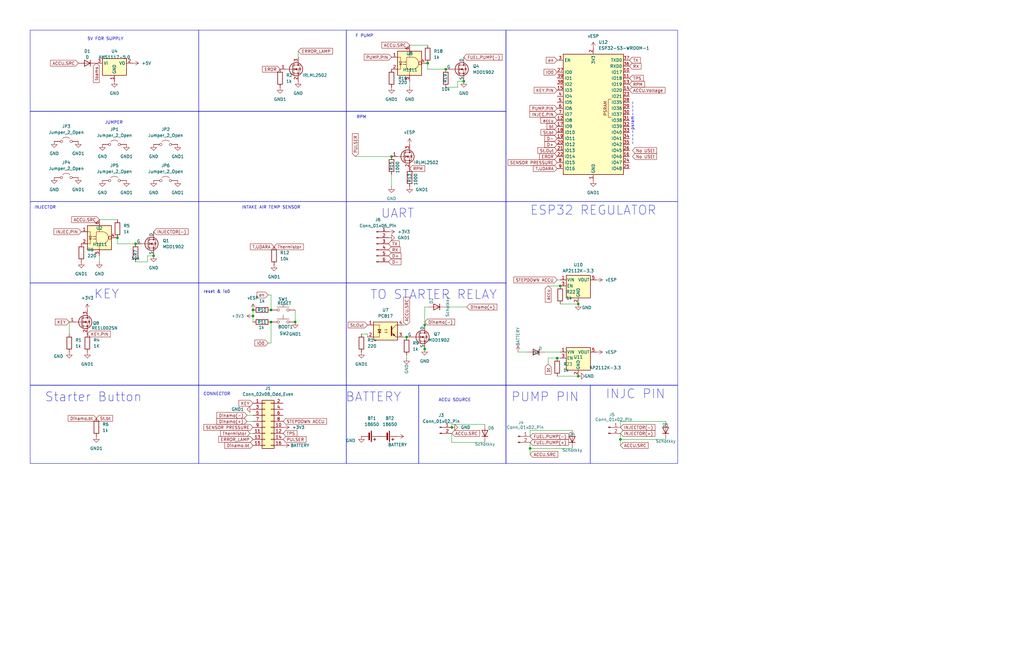
<source format=kicad_sch>
(kicad_sch (version 20231120) (generator "eeschema") (generator_version "8.0")
  (paper "B")
  (lib_symbols
    (symbol "Connector:Conn_01x02_Pin" (pin_names (offset 1.016) hide)
      (property "Reference" "J" (at 0 2.54 0))
      (property "Value" "Conn_01x02_Pin" (at 0 -5.08 0))
      (symbol "Conn_01x02_Pin_1_1"
        (pin passive line (at 5.08 0 180) (length 3.81) (name "Pin_1") (number "1"))
        (pin passive line (at 5.08 -2.54 180) (length 3.81) (name "Pin_2") (number "2"))
      )
    )
    (symbol "Connector:Conn_01x06_Pin" (pin_names (offset 1.016) hide)
      (property "Reference" "J" (at 0 7.62 0))
      (property "Value" "Conn_01x06_Pin" (at 0 -10.16 0))
      (symbol "Conn_01x06_Pin_1_1"
        (pin passive line (at 5.08 5.08 180) (length 3.81) (name "Pin_1") (number "1"))
        (pin passive line (at 5.08 2.54 180) (length 3.81) (name "Pin_2") (number "2"))
        (pin passive line (at 5.08 0 180) (length 3.81) (name "Pin_3") (number "3"))
        (pin passive line (at 5.08 -2.54 180) (length 3.81) (name "Pin_4") (number "4"))
        (pin passive line (at 5.08 -5.08 180) (length 3.81) (name "Pin_5") (number "5"))
        (pin passive line (at 5.08 -7.62 180) (length 3.81) (name "Pin_6") (number "6"))
      )
    )
    (symbol "Connector_Generic:Conn_02x08_Odd_Even" (pin_names (offset 1.016) hide)
      (property "Reference" "J" (at 1.27 10.16 0))
      (property "Value" "Conn_02x08_Odd_Even" (at 1.27 -12.7 0))
      (symbol "Conn_02x08_Odd_Even_1_1"
        (pin passive line (at -5.08 7.62 0) (length 3.81) (name "Pin_1") (number "1"))
        (pin passive line (at 7.62 -2.54 180) (length 3.81) (name "Pin_10") (number "10"))
        (pin passive line (at -5.08 -5.08 0) (length 3.81) (name "Pin_11") (number "11"))
        (pin passive line (at 7.62 -5.08 180) (length 3.81) (name "Pin_12") (number "12"))
        (pin passive line (at -5.08 -7.62 0) (length 3.81) (name "Pin_13") (number "13"))
        (pin passive line (at 7.62 -7.62 180) (length 3.81) (name "Pin_14") (number "14"))
        (pin passive line (at -5.08 -10.16 0) (length 3.81) (name "Pin_15") (number "15"))
        (pin passive line (at 7.62 -10.16 180) (length 3.81) (name "Pin_16") (number "16"))
        (pin passive line (at 7.62 7.62 180) (length 3.81) (name "Pin_2") (number "2"))
        (pin passive line (at -5.08 5.08 0) (length 3.81) (name "Pin_3") (number "3"))
        (pin passive line (at 7.62 5.08 180) (length 3.81) (name "Pin_4") (number "4"))
        (pin passive line (at -5.08 2.54 0) (length 3.81) (name "Pin_5") (number "5"))
        (pin passive line (at 7.62 2.54 180) (length 3.81) (name "Pin_6") (number "6"))
        (pin passive line (at -5.08 0 0) (length 3.81) (name "Pin_7") (number "7"))
        (pin passive line (at 7.62 0 180) (length 3.81) (name "Pin_8") (number "8"))
        (pin passive line (at -5.08 -2.54 0) (length 3.81) (name "Pin_9") (number "9"))
      )
    )
    (symbol "Device:Battery_Cell" (pin_numbers hide) (pin_names (offset 0) hide)
      (property "Reference" "BT" (at 2.54 2.54 0))
      (property "Value" "Battery_Cell" (at 2.54 0 0))
      (symbol "Battery_Cell_1_1"
        (pin passive line (at 0 5.08 270) (length 2.54) (name "+") (number "1"))
        (pin passive line (at 0 -2.54 90) (length 2.54) (name "-") (number "2"))
      )
    )
    (symbol "Device:D" (pin_numbers hide) (pin_names (offset 1.016) hide)
      (property "Reference" "D" (at 0 2.54 0))
      (property "Value" "D" (at 0 -2.54 0))
      (symbol "D_1_1"
        (pin passive line (at -3.81 0 0) (length 2.54) (name "K") (number "1"))
        (pin passive line (at 3.81 0 180) (length 2.54) (name "A") (number "2"))
      )
    )
    (symbol "Device:R" (pin_numbers hide) (pin_names (offset 0))
      (property "Reference" "R" (at 2.032 0 90))
      (property "Value" "R" (at 0 0 90))
      (symbol "R_1_1"
        (pin passive line (at 0 3.81 270) (length 1.27) (name "~") (number "1"))
        (pin passive line (at 0 -3.81 90) (length 1.27) (name "~") (number "2"))
      )
    )
    (symbol "Isolator:H11L1" (pin_names (offset 1.016))
      (property "Reference" "U" (at 1.27 8.89 0))
      (property "Value" "H11L1" (at 1.27 6.35 0))
      (symbol "H11L1_1_1"
        (pin passive line (at -7.62 2.54 0) (length 2.54) (name "~") (number "1"))
        (pin passive line (at -7.62 -2.54 0) (length 2.54) (name "~") (number "2"))
        (pin no_connect line (at -5.08 0 0) (length 2.54) hide (name "~") (number "3"))
        (pin output inverted (at 7.62 0 180) (length 3.81) (name "~") (number "4"))
        (pin power_in line (at 0 -7.62 90) (length 2.54) (name "~") (number "5"))
        (pin power_in line (at 0 7.62 270) (length 2.54) (name "~") (number "6"))
      )
    )
    (symbol "Isolator:PC817" (pin_names (offset 1.016))
      (property "Reference" "U" (at -5.08 5.08 0))
      (property "Value" "PC817" (at 0 5.08 0))
      (symbol "PC817_1_1"
        (pin passive line (at -7.62 2.54 0) (length 2.54) (name "~") (number "1"))
        (pin passive line (at -7.62 -2.54 0) (length 2.54) (name "~") (number "2"))
        (pin passive line (at 7.62 -2.54 180) (length 2.54) (name "~") (number "3"))
        (pin passive line (at 7.62 2.54 180) (length 2.54) (name "~") (number "4"))
      )
    )
    (symbol "Jumper:Jumper_2_Open" (pin_numbers hide) (pin_names (offset 0) hide) (exclude_from_sim yes)
      (property "Reference" "JP" (at 0 2.794 0))
      (property "Value" "Jumper_2_Open" (at 0 -2.286 0))
      (symbol "Jumper_2_Open_1_1"
        (pin passive line (at -5.08 0 0) (length 2.54) (name "A") (number "1"))
        (pin passive line (at 5.08 0 180) (length 2.54) (name "B") (number "2"))
      )
    )
    (symbol "RF_Module:ESP32-S3-WROOM-1"
      (property "Reference" "U" (at -12.7 26.67 0))
      (property "Value" "ESP32-S3-WROOM-1" (at 12.7 26.67 0))
      (symbol "ESP32-S3-WROOM-1_0_0"
        (text "PSRAM" (at 5.08 2.54 900) (effects (font (size 1.27 1.27))))
      )
      (symbol "ESP32-S3-WROOM-1_1_1"
        (pin power_in line (at 0 -27.94 90) (length 2.54) (name "GND") (number "1"))
        (pin bidirectional line (at 15.24 17.78 180) (length 2.54) (name "IO17") (number "10"))
        (pin bidirectional line (at 15.24 15.24 180) (length 2.54) (name "IO18") (number "11"))
        (pin bidirectional line (at -15.24 -2.54 0) (length 2.54) (name "IO8") (number "12"))
        (pin bidirectional line (at 15.24 12.7 180) (length 2.54) (name "IO19") (number "13"))
        (pin bidirectional line (at 15.24 10.16 180) (length 2.54) (name "IO20") (number "14"))
        (pin bidirectional line (at -15.24 10.16 0) (length 2.54) (name "IO3") (number "15"))
        (pin bidirectional line (at 15.24 -17.78 180) (length 2.54) (name "IO46") (number "16"))
        (pin bidirectional line (at -15.24 -5.08 0) (length 2.54) (name "IO9") (number "17"))
        (pin bidirectional line (at -15.24 -7.62 0) (length 2.54) (name "IO10") (number "18"))
        (pin bidirectional line (at -15.24 -10.16 0) (length 2.54) (name "IO11") (number "19"))
        (pin power_in line (at 0 27.94 270) (length 2.54) (name "3V3") (number "2"))
        (pin bidirectional line (at -15.24 -12.7 0) (length 2.54) (name "IO12") (number "20"))
        (pin bidirectional line (at -15.24 -15.24 0) (length 2.54) (name "IO13") (number "21"))
        (pin bidirectional line (at -15.24 -17.78 0) (length 2.54) (name "IO14") (number "22"))
        (pin bidirectional line (at 15.24 7.62 180) (length 2.54) (name "IO21") (number "23"))
        (pin bidirectional line (at 15.24 -20.32 180) (length 2.54) (name "IO47") (number "24"))
        (pin bidirectional line (at 15.24 -22.86 180) (length 2.54) (name "IO48") (number "25"))
        (pin bidirectional line (at 15.24 -15.24 180) (length 2.54) (name "IO45") (number "26"))
        (pin bidirectional line (at -15.24 17.78 0) (length 2.54) (name "IO0") (number "27"))
        (pin bidirectional line (at 15.24 5.08 180) (length 2.54) (name "IO35") (number "28"))
        (pin bidirectional line (at 15.24 2.54 180) (length 2.54) (name "IO36") (number "29"))
        (pin input line (at -15.24 22.86 0) (length 2.54) (name "EN") (number "3"))
        (pin bidirectional line (at 15.24 0 180) (length 2.54) (name "IO37") (number "30"))
        (pin bidirectional line (at 15.24 -2.54 180) (length 2.54) (name "IO38") (number "31"))
        (pin bidirectional line (at 15.24 -5.08 180) (length 2.54) (name "IO39") (number "32"))
        (pin bidirectional line (at 15.24 -7.62 180) (length 2.54) (name "IO40") (number "33"))
        (pin bidirectional line (at 15.24 -10.16 180) (length 2.54) (name "IO41") (number "34"))
        (pin bidirectional line (at 15.24 -12.7 180) (length 2.54) (name "IO42") (number "35"))
        (pin bidirectional line (at 15.24 20.32 180) (length 2.54) (name "RXD0") (number "36"))
        (pin bidirectional line (at 15.24 22.86 180) (length 2.54) (name "TXD0") (number "37"))
        (pin bidirectional line (at -15.24 12.7 0) (length 2.54) (name "IO2") (number "38"))
        (pin bidirectional line (at -15.24 15.24 0) (length 2.54) (name "IO1") (number "39"))
        (pin bidirectional line (at -15.24 7.62 0) (length 2.54) (name "IO4") (number "4"))
        (pin passive line (at 0 -27.94 90) (length 2.54) hide (name "GND") (number "40"))
        (pin passive line (at 0 -27.94 90) (length 2.54) hide (name "GND") (number "41"))
        (pin bidirectional line (at -15.24 5.08 0) (length 2.54) (name "IO5") (number "5"))
        (pin bidirectional line (at -15.24 2.54 0) (length 2.54) (name "IO6") (number "6"))
        (pin bidirectional line (at -15.24 0 0) (length 2.54) (name "IO7") (number "7"))
        (pin bidirectional line (at -15.24 -20.32 0) (length 2.54) (name "IO15") (number "8"))
        (pin bidirectional line (at -15.24 -22.86 0) (length 2.54) (name "IO16") (number "9"))
      )
    )
    (symbol "Regulator_Linear:AMS1117-5.0"
      (property "Reference" "U" (at -3.81 3.175 0))
      (property "Value" "AMS1117-5.0" (at 0 3.175 0))
      (symbol "AMS1117-5.0_1_1"
        (pin power_in line (at 0 -7.62 90) (length 2.54) (name "GND") (number "1"))
        (pin power_out line (at 7.62 0 180) (length 2.54) (name "VO") (number "2"))
        (pin power_in line (at -7.62 0 0) (length 2.54) (name "VI") (number "3"))
      )
    )
    (symbol "Regulator_Linear:AP2112K-3.3" (pin_names (offset 0.254))
      (property "Reference" "U" (at -5.08 5.715 0))
      (property "Value" "AP2112K-3.3" (at 0 5.715 0))
      (symbol "AP2112K-3.3_1_1"
        (pin power_in line (at -7.62 2.54 0) (length 2.54) (name "VIN") (number "1"))
        (pin power_in line (at 0 -7.62 90) (length 2.54) (name "GND") (number "2"))
        (pin input line (at -7.62 0 0) (length 2.54) (name "EN") (number "3"))
        (pin no_connect line (at 5.08 0 180) (length 2.54) hide (name "NC") (number "4"))
        (pin power_out line (at 7.62 2.54 180) (length 2.54) (name "VOUT") (number "5"))
      )
    )
    (symbol "Simulation_SPICE:NMOS" (pin_numbers hide) (pin_names (offset 0))
      (property "Reference" "Q" (at 5.08 1.27 0))
      (property "Value" "NMOS" (at 5.08 -1.27 0))
      (symbol "NMOS_1_1"
        (pin passive line (at 2.54 5.08 270) (length 2.54) (name "D") (number "1"))
        (pin input line (at -5.08 0 0) (length 2.54) (name "G") (number "2"))
        (pin passive line (at 2.54 -5.08 90) (length 2.54) (name "S") (number "3"))
      )
    )
    (symbol "Switch:SW_Push" (pin_numbers hide) (pin_names (offset 1.016) hide)
      (property "Reference" "SW" (at 1.27 2.54 0))
      (property "Value" "SW_Push" (at 0 -1.524 0))
      (symbol "SW_Push_0_1"
        (pin passive line (at -5.08 0 0) (length 2.54) (name "1") (number "1"))
        (pin passive line (at 5.08 0 180) (length 2.54) (name "2") (number "2"))
      )
    )
    (symbol "Transistor_FET:AO3400A" (pin_names hide)
      (property "Reference" "Q" (at 5.08 1.905 0))
      (property "Value" "AO3400A" (at 5.08 0 0))
      (symbol "AO3400A_1_1"
        (pin input line (at -5.08 0 0) (length 2.54) (name "G") (number "1"))
        (pin passive line (at 2.54 -5.08 90) (length 2.54) (name "S") (number "2"))
        (pin passive line (at 2.54 5.08 270) (length 2.54) (name "D") (number "3"))
      )
    )
    (symbol "power:+3V3" (power) (pin_numbers hide) (pin_names (offset 0) hide)
      (property "Value" "+3V3" (at 0 3.556 0))
      (symbol "+3V3_1_1"
        (pin power_in line (at 0 0 90) (length 0) (name "~") (number "1"))
      )
    )
    (symbol "power:+5P" (power) (pin_numbers hide) (pin_names (offset 0) hide)
      (property "Value" "+5P" (at 0 3.556 0))
      (symbol "+5P_1_1"
        (pin power_in line (at 0 0 90) (length 0) (name "~") (number "1"))
      )
    )
    (symbol "power:+5V" (power) (pin_numbers hide) (pin_names (offset 0) hide)
      (property "Value" "+5V" (at 0 3.556 0))
      (symbol "+5V_1_1"
        (pin power_in line (at 0 0 90) (length 0) (name "~") (number "1"))
      )
    )
    (symbol "power:GND" (power) (pin_numbers hide) (pin_names (offset 0) hide)
      (property "Value" "GND" (at 0 -3.81 0))
      (symbol "GND_1_1"
        (pin power_in line (at 0 0 270) (length 0) (name "~") (number "1"))
      )
    )
    (symbol "power:GND1" (power) (pin_numbers hide) (pin_names (offset 0) hide)
      (property "Value" "GND1" (at 0 -3.81 0))
      (symbol "GND1_1_1"
        (pin power_in line (at 0 0 270) (length 0) (name "~") (number "1"))
      )
    )
  )
  (junction (at 234.95 151.13))
  (junction (at 243.84 128.27))
  (junction (at 64.77 107.95))
  (junction (at 179.07 137.16))
  (junction (at 261.62 185.42))
  (junction (at 106.68 130.81))
  (junction (at 180.34 26.67))
  (junction (at 243.84 158.75))
  (junction (at 114.3 130.81))
  (junction (at 114.3 135.89))
  (junction (at 223.52 189.23))
  (junction (at 57.15 102.87))
  (junction (at 171.45 142.24))
  (junction (at 195.58 34.29))
  (junction (at 190.5 180.34))
  (junction (at 124.46 135.89))
  (junction (at 165.1 66.04))
  (junction (at 106.68 133.35))
  (junction (at 187.96 29.21))
  (junction (at 236.22 120.65))
  (junction (at 49.53 100.33))
  (junction (at 179.07 147.32))
  (wire (pts (xy 280.67 177.8) (xy 261.62 177.8)))
  (wire (pts (xy 261.62 177.8) (xy 261.62 180.34)))
  (wire (pts (xy 104.14 175.26) (xy 106.68 175.26)))
  (wire (pts (xy 170.18 137.16) (xy 171.45 137.16)))
  (wire (pts (xy 171.45 149.86) (xy 171.45 151.13)))
  (wire (pts (xy 187.96 36.83) (xy 193.04 36.83)))
  (wire (pts (xy 236.22 128.27) (xy 243.84 128.27)))
  (wire (pts (xy 234.95 118.11) (xy 236.22 118.11)))
  (wire (pts (xy 49.53 102.87) (xy 57.15 102.87)))
  (wire (pts (xy 180.34 129.54) (xy 179.07 129.54)))
  (wire (pts (xy 113.03 144.78) (xy 114.3 144.78)))
  (wire (pts (xy 204.47 179.07) (xy 190.5 179.07)))
  (wire (pts (xy 223.52 184.15) (xy 223.52 181.61)))
  (wire (pts (xy 231.14 151.13) (xy 234.95 151.13)))
  (wire (pts (xy 234.95 151.13) (xy 236.22 151.13)))
  (wire (pts (xy 223.52 189.23) (xy 223.52 191.77)))
  (wire (pts (xy 124.46 130.81) (xy 124.46 135.89)))
  (wire (pts (xy 106.68 133.35) (xy 106.68 135.89)))
  (wire (pts (xy 190.5 182.88) (xy 190.5 186.69)))
  (wire (pts (xy 261.62 185.42) (xy 261.62 187.96)))
  (wire (pts (xy 261.62 185.42) (xy 280.67 185.42)))
  (wire (pts (xy 261.62 182.88) (xy 261.62 185.42)))
  (wire (pts (xy 154.94 142.24) (xy 154.94 140.97)))
  (wire (pts (xy 193.04 36.83) (xy 193.04 34.29)))
  (wire (pts (xy 223.52 186.69) (xy 223.52 189.23)))
  (wire (pts (xy 57.15 110.49) (xy 62.23 110.49)))
  (wire (pts (xy 195.58 35.56) (xy 195.58 34.29)))
  (wire (pts (xy 218.44 148.59) (xy 222.25 148.59)))
  (wire (pts (xy 223.52 181.61) (xy 241.3 181.61)))
  (wire (pts (xy 104.14 177.8) (xy 106.68 177.8)))
  (wire (pts (xy 231.14 153.67) (xy 231.14 151.13)))
  (wire (pts (xy 179.07 146.05) (xy 179.07 147.32)))
  (wire (pts (xy 41.91 92.71) (xy 49.53 92.71)))
  (wire (pts (xy 172.72 19.05) (xy 180.34 19.05)))
  (wire (pts (xy 113.03 124.46) (xy 114.3 124.46)))
  (wire (pts (xy 179.07 129.54) (xy 179.07 137.16)))
  (wire (pts (xy 154.94 140.97) (xy 152.4 140.97)))
  (wire (pts (xy 171.45 142.24) (xy 170.18 142.24)))
  (wire (pts (xy 105.41 182.88) (xy 106.68 182.88)))
  (wire (pts (xy 114.3 124.46) (xy 114.3 130.81)))
  (wire (pts (xy 180.34 29.21) (xy 187.96 29.21)))
  (wire (pts (xy 234.95 158.75) (xy 243.84 158.75)))
  (wire (pts (xy 149.86 66.04) (xy 165.1 66.04)))
  (wire (pts (xy 172.72 34.29) (xy 172.72 36.83)))
  (wire (pts (xy 229.87 148.59) (xy 236.22 148.59)))
  (wire (pts (xy 180.34 26.67) (xy 180.34 29.21)))
  (wire (pts (xy 106.68 130.81) (xy 106.68 133.35)))
  (wire (pts (xy 190.5 186.69) (xy 204.47 186.69)))
  (wire (pts (xy 165.1 73.66) (xy 165.1 78.74)))
  (wire (pts (xy 29.21 135.89) (xy 29.21 140.97)))
  (wire (pts (xy 125.73 21.59) (xy 125.73 24.13)))
  (wire (pts (xy 114.3 135.89) (xy 114.3 144.78)))
  (wire (pts (xy 190.5 179.07) (xy 190.5 180.34)))
  (wire (pts (xy 231.14 120.65) (xy 236.22 120.65)))
  (wire (pts (xy 49.53 100.33) (xy 49.53 102.87)))
  (wire (pts (xy 62.23 107.95) (xy 64.77 107.95)))
  (wire (pts (xy 196.85 129.54) (xy 187.96 129.54)))
  (wire (pts (xy 41.91 107.95) (xy 41.91 110.49)))
  (wire (pts (xy 223.52 189.23) (xy 241.3 189.23)))
  (wire (pts (xy 179.07 138.43) (xy 179.07 137.16)))
  (wire (pts (xy 193.04 34.29) (xy 195.58 34.29)))
  (wire (pts (xy 62.23 110.49) (xy 62.23 107.95)))
  (rectangle (start 213.36 85.09) (end 285.75 162.56))
  (rectangle (start 83.82 12.7) (end 146.05 46.99))
  (rectangle (start 146.05 12.7) (end 213.36 46.99))
  (rectangle (start 213.36 162.56) (end 248.92 195.58))
  (rectangle (start 176.53 162.56) (end 213.36 195.58))
  (rectangle (start 12.7 162.56) (end 83.82 195.58))
  (rectangle (start 213.36 12.7) (end 285.75 85.09))
  (rectangle (start 248.92 162.56) (end 285.75 195.58))
  (rectangle (start 146.05 46.99) (end 213.36 85.09))
  (rectangle (start 12.7 85.09) (end 83.82 119.38))
  (rectangle (start 12.7 46.99) (end 83.82 85.09))
  (rectangle (start 83.82 162.56) (end 146.05 195.58))
  (rectangle (start 146.05 119.38) (end 213.36 162.56))
  (rectangle (start 12.7 12.7) (end 83.82 46.99))
  (rectangle (start 83.82 119.38) (end 146.05 162.56))
  (rectangle (start 146.05 85.09) (end 213.36 119.38))
  (rectangle (start 146.05 162.56) (end 176.53 195.58))
  (rectangle (start 12.7 119.38) (end 83.82 162.56))
  (rectangle (start 83.82 85.09) (end 146.05 119.38))
  (rectangle (start 83.82 46.99) (end 146.05 85.09))
  (text "PUMP PIN" (at 229.87 167.64 0) (effects (font (size 3.81 3.81))))
  (text "reset & io0" (at 91.44 123.19 0) (effects (font (size 1.27 1.27))))
  (text "BATTERY" (at 157.48 167.64 0) (effects (font (size 3.81 3.81))))
  (text "UART" (at 167.64 90.17 0) (effects (font (size 3.81 3.81))))
  (text "F PUMP" (at 153.67 15.24 0) (effects (font (size 1.27 1.27))))
  (text "ACCU SOURCE" (at 191.77 168.91 0) (effects (font (size 1.27 1.27))))
  (text "----psram----" (at 266.7 52.07 90) (effects (font (size 1.27 1.27))))
  (text "INJC PIN" (at 267.97 166.37 0) (effects (font (size 3.81 3.81))))
  (text "TO STARTER RELAY" (at 182.88 124.46 0) (effects (font (size 3.81 3.81))))
  (text "RPM" (at 152.4 49.53 0) (effects (font (size 1.27 1.27))))
  (text "JUMPER" (at 48.006 51.816 0) (effects (font (size 1.27 1.27))))
  (text "5V FOR SUPPLY" (at 44.45 16.51 0) (effects (font (size 1.27 1.27))))
  (text "INTAKE AIR TEMP SENSOR" (at 114.3 87.63 0) (effects (font (size 1.27 1.27))))
  (text "CONNECTOR" (at 91.44 166.37 0) (effects (font (size 1.27 1.27))))
  (text "INJECTOR" (at 19.05 87.63 0) (effects (font (size 1.27 1.27))))
  (text "Starter Button" (at 39.37 167.64 0) (effects (font (size 3.81 3.81))))
  (text "ESP32 REGULATOR" (at 250.19 88.9 0) (effects (font (size 3.81 3.81))))
  (text "KEY\n" (at 44.958 124.206 0) (effects (font (size 3.81 3.81))))
  (global_label "INJEC.PIN" (shape input) (at 34.29 97.79 180) (property "Intersheetrefs" "${INTERSHEET_REFS}" (effects (hide yes))))
  (global_label "en" (shape input) (at 234.95 25.4 180) (property "Intersheetrefs" "${INTERSHEET_REFS}" (effects (hide yes))))
  (global_label "TPS" (shape input) (at 119.38 182.88 0) (property "Intersheetrefs" "${INTERSHEET_REFS}" (effects (hide yes))))
  (global_label "TX" (shape input) (at 265.43 25.4 0) (property "Intersheetrefs" "${INTERSHEET_REFS}" (effects (hide yes))))
  (global_label "RX" (shape input) (at 265.43 27.94 0) (property "Intersheetrefs" "${INTERSHEET_REFS}" (effects (hide yes))))
  (global_label "ACCU.SRC" (shape input) (at 41.91 92.71 180) (property "Intersheetrefs" "${INTERSHEET_REFS}" (effects (hide yes))))
  (global_label "KEY.PIN" (shape input) (at 36.83 140.97 0) (property "Intersheetrefs" "${INTERSHEET_REFS}" (effects (hide yes))))
  (global_label "RX" (shape input) (at 163.83 105.41 0) (property "Intersheetrefs" "${INTERSHEET_REFS}" (effects (hide yes))))
  (global_label "IO0" (shape input) (at 234.95 30.48 180) (property "Intersheetrefs" "${INTERSHEET_REFS}" (effects (hide yes))))
  (global_label "ACCU.SRC" (shape input) (at 190.5 182.88 0) (property "Intersheetrefs" "${INTERSHEET_REFS}" (effects (hide yes))))
  (global_label "INJECTOR(+)" (shape input) (at 261.62 182.88 0) (property "Intersheetrefs" "${INTERSHEET_REFS}" (effects (hide yes))))
  (global_label "bt" (shape input) (at 234.95 53.34 180) (property "Intersheetrefs" "${INTERSHEET_REFS}" (effects (hide yes))))
  (global_label "FUEL.PUMP(-)" (shape input) (at 195.58 24.13 0) (property "Intersheetrefs" "${INTERSHEET_REFS}" (effects (hide yes))))
  (global_label "Dinamo(+)" (shape input) (at 196.85 129.54 0) (property "Intersheetrefs" "${INTERSHEET_REFS}" (effects (hide yes))))
  (global_label "T.UDARA" (shape input) (at 115.57 104.14 180) (property "Intersheetrefs" "${INTERSHEET_REFS}" (effects (hide yes))))
  (global_label "Dinamo(+)" (shape input) (at 104.14 177.8 180) (property "Intersheetrefs" "${INTERSHEET_REFS}" (effects (hide yes))))
  (global_label "IO0" (shape input) (at 113.03 144.78 180) (property "Intersheetrefs" "${INTERSHEET_REFS}" (effects (hide yes))))
  (global_label "KEY.PIN" (shape input) (at 234.95 38.1 180) (property "Intersheetrefs" "${INTERSHEET_REFS}" (effects (hide yes))))
  (global_label "FUEL.PUMP(-)" (shape input) (at 223.52 184.15 0) (property "Intersheetrefs" "${INTERSHEET_REFS}" (effects (hide yes))))
  (global_label "EROR" (shape input) (at 118.11 29.21 180) (property "Intersheetrefs" "${INTERSHEET_REFS}" (effects (hide yes))))
  (global_label "ACCU.SRC" (shape input) (at 33.02 26.67 180) (property "Intersheetrefs" "${INTERSHEET_REFS}" (effects (hide yes))))
  (global_label "PUMP.PIN" (shape input) (at 234.95 45.72 180) (property "Intersheetrefs" "${INTERSHEET_REFS}" (effects (hide yes))))
  (global_label "SENSOR PRESSURE" (shape input) (at 234.95 68.58 180) (property "Intersheetrefs" "${INTERSHEET_REFS}" (effects (hide yes))))
  (global_label "ACCU.SRC" (shape input) (at 171.45 137.16 90) (property "Intersheetrefs" "${INTERSHEET_REFS}" (effects (hide yes))))
  (global_label "PULSER" (shape input) (at 149.86 66.04 90) (property "Intersheetrefs" "${INTERSHEET_REFS}" (effects (hide yes))))
  (global_label "INJECTOR(-)" (shape input) (at 261.62 180.34 0) (property "Intersheetrefs" "${INTERSHEET_REFS}" (effects (hide yes))))
  (global_label "toams" (shape input) (at 40.64 26.67 270) (property "Intersheetrefs" "${INTERSHEET_REFS}" (effects (hide yes))))
  (global_label "accu" (shape input) (at 234.95 50.8 180) (property "Intersheetrefs" "${INTERSHEET_REFS}" (effects (hide yes))))
  (global_label "Dinamo.bt" (shape input) (at 106.68 187.96 180) (property "Intersheetrefs" "${INTERSHEET_REFS}" (effects (hide yes))))
  (global_label "STEPDOWN ACCU" (shape input) (at 234.95 118.11 180) (property "Intersheetrefs" "${INTERSHEET_REFS}" (effects (hide yes))))
  (global_label "St.bt" (shape input) (at 234.95 55.88 180) (property "Intersheetrefs" "${INTERSHEET_REFS}" (effects (hide yes))))
  (global_label "D-" (shape input) (at 234.95 58.42 180) (property "Intersheetrefs" "${INTERSHEET_REFS}" (effects (hide yes))))
  (global_label "Thermistor" (shape input) (at 105.41 182.88 180) (property "Intersheetrefs" "${INTERSHEET_REFS}" (effects (hide yes))))
  (global_label "TPS" (shape input) (at 265.43 33.02 0) (property "Intersheetrefs" "${INTERSHEET_REFS}" (effects (hide yes))))
  (global_label "TX" (shape input) (at 163.83 102.87 0) (property "Intersheetrefs" "${INTERSHEET_REFS}" (effects (hide yes))))
  (global_label "FUEL.PUMP(+)" (shape input) (at 223.52 186.69 0) (property "Intersheetrefs" "${INTERSHEET_REFS}" (effects (hide yes))))
  (global_label "STEPDOWN ACCU" (shape input) (at 119.38 177.8 0) (property "Intersheetrefs" "${INTERSHEET_REFS}" (effects (hide yes))))
  (global_label "Dinamo(-)" (shape input) (at 104.14 175.26 180) (property "Intersheetrefs" "${INTERSHEET_REFS}" (effects (hide yes))))
  (global_label "SENSOR PRESSURE" (shape input) (at 106.68 180.34 180) (property "Intersheetrefs" "${INTERSHEET_REFS}" (effects (hide yes))))
  (global_label "EROR" (shape input) (at 234.95 66.04 180) (property "Intersheetrefs" "${INTERSHEET_REFS}" (effects (hide yes))))
  (global_label "en" (shape input) (at 113.03 124.46 180) (property "Intersheetrefs" "${INTERSHEET_REFS}" (effects (hide yes))))
  (global_label "ACCU.SRC" (shape input) (at 172.72 19.05 180) (property "Intersheetrefs" "${INTERSHEET_REFS}" (effects (hide yes))))
  (global_label "St.Out" (shape input) (at 234.95 63.5 180) (property "Intersheetrefs" "${INTERSHEET_REFS}" (effects (hide yes))))
  (global_label "No USE!" (shape input) (at 266.7 66.04 0) (property "Intersheetrefs" "${INTERSHEET_REFS}" (effects (hide yes))))
  (global_label "No USE!" (shape input) (at 266.7 63.5 0) (property "Intersheetrefs" "${INTERSHEET_REFS}" (effects (hide yes))))
  (global_label "D+" (shape input) (at 163.83 107.95 0) (property "Intersheetrefs" "${INTERSHEET_REFS}" (effects (hide yes))))
  (global_label "ERROR_LAMP" (shape input) (at 125.73 21.59 0) (property "Intersheetrefs" "${INTERSHEET_REFS}" (effects (hide yes))))
  (global_label "ERROR_LAMP" (shape input) (at 106.68 185.42 180) (property "Intersheetrefs" "${INTERSHEET_REFS}" (effects (hide yes))))
  (global_label "T.UDARA" (shape input) (at 234.95 71.12 180) (property "Intersheetrefs" "${INTERSHEET_REFS}" (effects (hide yes))))
  (global_label "PULSER" (shape input) (at 119.38 185.42 0) (property "Intersheetrefs" "${INTERSHEET_REFS}" (effects (hide yes))))
  (global_label "D-" (shape input) (at 163.83 110.49 0) (property "Intersheetrefs" "${INTERSHEET_REFS}" (effects (hide yes))))
  (global_label "bt" (shape input) (at 231.14 153.67 270) (property "Intersheetrefs" "${INTERSHEET_REFS}" (effects (hide yes))))
  (global_label "St.bt" (shape input) (at 40.64 176.53 0) (property "Intersheetrefs" "${INTERSHEET_REFS}" (effects (hide yes))))
  (global_label "Dinamo.bt" (shape input) (at 40.64 176.53 180) (property "Intersheetrefs" "${INTERSHEET_REFS}" (effects (hide yes))))
  (global_label "Thermistor" (shape input) (at 115.57 104.14 0) (property "Intersheetrefs" "${INTERSHEET_REFS}" (effects (hide yes))))
  (global_label "ACCU.SRC" (shape input) (at 223.52 191.77 0) (property "Intersheetrefs" "${INTERSHEET_REFS}" (effects (hide yes))))
  (global_label "KEY" (shape input) (at 29.21 135.89 180) (property "Intersheetrefs" "${INTERSHEET_REFS}" (effects (hide yes))))
  (global_label "RPM" (shape input) (at 172.72 71.12 0) (property "Intersheetrefs" "${INTERSHEET_REFS}" (effects (hide yes))))
  (global_label "D+" (shape input) (at 234.95 60.96 180) (property "Intersheetrefs" "${INTERSHEET_REFS}" (effects (hide yes))))
  (global_label "INJEC.PIN" (shape input) (at 234.95 48.26 180) (property "Intersheetrefs" "${INTERSHEET_REFS}" (effects (hide yes))))
  (global_label "KEY" (shape input) (at 106.68 170.18 180) (property "Intersheetrefs" "${INTERSHEET_REFS}" (effects (hide yes))))
  (global_label "INJECTOR(-)" (shape input) (at 64.77 97.79 0) (property "Intersheetrefs" "${INTERSHEET_REFS}" (effects (hide yes))))
  (global_label "ACCU.Voltage" (shape input) (at 265.43 38.1 0) (property "Intersheetrefs" "${INTERSHEET_REFS}" (effects (hide yes))))
  (global_label "ACCU.SRC" (shape input) (at 261.62 187.96 0) (property "Intersheetrefs" "${INTERSHEET_REFS}" (effects (hide yes))))
  (global_label "PUMP.PIN" (shape input) (at 165.1 24.13 180) (property "Intersheetrefs" "${INTERSHEET_REFS}" (effects (hide yes))))
  (global_label "accu" (shape input) (at 231.14 120.65 270) (property "Intersheetrefs" "${INTERSHEET_REFS}" (effects (hide yes))))
  (global_label "Dinamo(-)" (shape input) (at 179.07 135.89 0) (property "Intersheetrefs" "${INTERSHEET_REFS}" (effects (hide yes))))
  (global_label "RPM" (shape input) (at 265.43 35.56 0) (property "Intersheetrefs" "${INTERSHEET_REFS}" (effects (hide yes))))
  (global_label "St.Out" (shape input) (at 154.94 137.16 180) (property "Intersheetrefs" "${INTERSHEET_REFS}" (effects (hide yes))))
  (symbol (lib_id "Device:R") (at 110.49 130.81 90) (unit 1)
    (property "Reference" "R10" (at 110.49 130.81 90))
    (property "Value" "1k" (at 110.49 127 90))
    (property "Footprint" "Resistor_SMD:R_1206_3216Metric_Pad1.30x1.75mm_HandSolder" (effects (hide yes)))
    (property "Description" "Resistor" (effects (hide yes)))
  )
  (symbol (lib_id "power:+3V3") (at 163.83 97.79 270) (unit 1)
    (property "Reference" "#PWR033" (effects (hide yes)))
    (property "Value" "+3V3" (at 167.64 97.7899 90) (effects (justify left)))
    (property "Description" "Power symbol creates a global label with name \"+3V3\"" (effects (hide yes)))
  )
  (symbol (lib_id "Device:R") (at 180.34 22.86 180) (unit 1)
    (property "Reference" "R18" (at 182.88 21.5899 0) (effects (justify right)))
    (property "Value" "1k" (at 182.88 24.1299 0) (effects (justify right)))
    (property "Footprint" "Resistor_SMD:R_1206_3216Metric_Pad1.30x1.75mm_HandSolder" (effects (hide yes)))
    (property "Description" "Resistor" (effects (hide yes)))
  )
  (symbol (lib_id "Device:D") (at 280.67 181.61 90) (unit 1)
    (property "Reference" "D5" (at 281.94 179.324 90) (effects (justify left)))
    (property "Value" "Schotkky" (at 284.988 186.182 90) (effects (justify left)))
    (property "Footprint" "Diode_SMD:D_SMA" (effects (hide yes)))
    (property "Description" "Diode" (effects (hide yes)))
    (property "Sim.Device" "D" (effects (hide yes)))
    (property "Sim.Pins" "1=K 2=A" (effects (hide yes)))
  )
  (symbol (lib_id "Device:Battery_Cell") (at 162.56 184.15 270) (unit 1)
    (property "Reference" "BT2" (at 164.4015 176.53 90))
    (property "Value" "18650" (at 164.4015 179.07 90))
    (property "Description" "Single-cell battery" (effects (hide yes)))
  )
  (symbol (lib_id "Regulator_Linear:AMS1117-5.0") (at 48.26 26.67 0) (unit 1)
    (property "Reference" "U4" (at 48.26 21.59 0))
    (property "Value" "AMS1117-5.0" (at 48.26 24.13 0))
    (property "Footprint" "Package_TO_SOT_SMD:SOT-223-3_TabPin2" (effects (hide yes)))
    (property "Datasheet" "http://www.advanced-monolithic.com/pdf/ds1117.pdf" (effects (hide yes)))
    (property "Description" "1A Low Dropout regulator, positive, 5.0V fixed output, SOT-223" (effects (hide yes)))
  )
  (symbol (lib_id "power:+5V") (at 167.64 184.15 270) (unit 1)
    (property "Reference" "#PWR032" (effects (hide yes)))
    (property "Value" "BATTERY" (at 167.64 187.706 90))
    (property "Description" "Power symbol creates a global label with name \"+5V\"" (effects (hide yes)))
  )
  (symbol (lib_id "Device:R") (at 49.53 96.52 180) (unit 1)
    (property "Reference" "R5" (at 52.07 95.2499 0) (effects (justify right)))
    (property "Value" "1k" (at 52.07 97.7899 0) (effects (justify right)))
    (property "Footprint" "Resistor_SMD:R_1206_3216Metric_Pad1.30x1.75mm_HandSolder" (effects (hide yes)))
    (property "Description" "Resistor" (effects (hide yes)))
  )
  (symbol (lib_id "power:GND1") (at 53.34 60.96 0) (unit 1)
    (property "Reference" "#PWR012" (effects (hide yes)))
    (property "Value" "GND1" (at 53.34 66.04 0))
    (property "Description" "Power symbol creates a global label with name \"GND1\" , ground" (effects (hide yes)))
  )
  (symbol (lib_id "Device:R") (at 234.95 154.94 0) (unit 1)
    (property "Reference" "R23" (at 237.49 153.6699 0) (effects (justify left)))
    (property "Value" "1k" (at 237.49 156.2099 0) (effects (justify left)))
    (property "Footprint" "Resistor_SMD:R_1206_3216Metric_Pad1.30x1.75mm_HandSolder" (effects (hide yes)))
    (property "Description" "Resistor" (effects (hide yes)))
  )
  (symbol (lib_id "power:GND") (at 41.91 110.49 0) (unit 1)
    (property "Reference" "#PWR05" (effects (hide yes)))
    (property "Value" "GND" (at 41.91 115.57 0))
    (property "Description" "Power symbol creates a global label with name \"GND\" , ground" (effects (hide yes)))
  )
  (symbol (lib_id "power:GND") (at 165.1 78.74 0) (unit 1)
    (property "Reference" "#PWR038" (effects (hide yes)))
    (property "Value" "GND" (at 165.1 83.82 0))
    (property "Description" "Power symbol creates a global label with name \"GND\" , ground" (effects (hide yes)))
  )
  (symbol (lib_id "power:GND1") (at 165.1 36.83 0) (unit 1)
    (property "Reference" "#PWR031" (effects (hide yes)))
    (property "Value" "GND1" (at 165.1 41.91 0))
    (property "Description" "Power symbol creates a global label with name \"GND1\" , ground" (effects (hide yes)))
  )
  (symbol (lib_id "power:GND") (at 64.77 60.96 0) (unit 1)
    (property "Reference" "#PWR021" (effects (hide yes)))
    (property "Value" "GND" (at 64.77 66.04 0))
    (property "Description" "Power symbol creates a global label with name \"GND\" , ground" (effects (hide yes)))
  )
  (symbol (lib_id "power:GND1") (at 34.29 110.49 0) (unit 1)
    (property "Reference" "#PWR02" (effects (hide yes)))
    (property "Value" "GND1" (at 34.29 115.57 0))
    (property "Description" "Power symbol creates a global label with name \"GND1\" , ground" (effects (hide yes)))
  )
  (symbol (lib_id "Device:R") (at 36.83 144.78 0) (unit 1)
    (property "Reference" "R4" (at 39.37 143.5099 0) (effects (justify left)))
    (property "Value" "1K" (at 39.37 146.0499 0) (effects (justify left)))
    (property "Footprint" "Resistor_SMD:R_1206_3216Metric_Pad1.30x1.75mm_HandSolder" (effects (hide yes)))
    (property "Description" "Resistor" (effects (hide yes)))
  )
  (symbol (lib_id "power:GND1") (at 53.34 76.2 0) (unit 1)
    (property "Reference" "#PWR048" (effects (hide yes)))
    (property "Value" "GND1" (at 53.34 81.28 0))
    (property "Description" "Power symbol creates a global label with name \"GND1\" , ground" (effects (hide yes)))
  )
  (symbol (lib_id "Device:D") (at 36.83 26.67 180) (unit 1)
    (property "Reference" "D1" (at 36.83 21.59 0))
    (property "Value" "D" (at 36.83 24.13 0))
    (property "Footprint" "Diode_SMD:D_SMA" (effects (hide yes)))
    (property "Description" "Diode" (effects (hide yes)))
    (property "Sim.Device" "D" (effects (hide yes)))
    (property "Sim.Pins" "1=K 2=A" (effects (hide yes)))
  )
  (symbol (lib_id "Jumper:Jumper_2_Open") (at 48.26 76.2 0) (unit 1) (exclude_from_sim yes)
    (property "Reference" "JP5" (at 48.26 69.85 0))
    (property "Value" "Jumper_2_Open" (at 48.26 72.39 0))
    (property "Footprint" "Jumper:SolderJumper-2_P1.3mm_Open_RoundedPad1.0x1.5mm" (effects (hide yes)))
    (property "Description" "Jumper, 2-pole, open" (effects (hide yes)))
  )
  (symbol (lib_id "Device:R") (at 165.1 69.85 180) (unit 1)
    (property "Reference" "R15" (at 165.1 68.072 90) (effects (justify left)))
    (property "Value" "1000" (at 167.64 68.072 90) (effects (justify left)))
    (property "Footprint" "Resistor_SMD:R_1206_3216Metric_Pad1.30x1.75mm_HandSolder" (effects (hide yes)))
    (property "Description" "Resistor" (effects (hide yes)))
  )
  (symbol (lib_id "power:+5V") (at 251.46 118.11 270) (unit 1)
    (property "Reference" "#PWR049" (effects (hide yes)))
    (property "Value" "vESP" (at 255.27 118.1099 90) (effects (justify left)))
    (property "Description" "Power symbol creates a global label with name \"+5V\"" (effects (hide yes)))
  )
  (symbol (lib_id "Regulator_Linear:AP2112K-3.3") (at 243.84 120.65 0) (unit 1)
    (property "Reference" "U10" (at 243.84 111.76 0))
    (property "Value" "AP2112K-3.3" (at 243.84 114.3 0))
    (property "Footprint" "Package_TO_SOT_SMD:SOT-23-5" (effects (hide yes)))
    (property "Datasheet" "https://www.diodes.com/assets/Datasheets/AP2112.pdf" (effects (hide yes)))
    (property "Description" "600mA low dropout linear regulator, with enable pin, 3.8V-6V input voltage range, 3.3V fixed positive output, SOT-23-5" (effects (hide yes)))
  )
  (symbol (lib_id "power:GND1") (at 115.57 111.76 0) (unit 1)
    (property "Reference" "#PWR022" (effects (hide yes)))
    (property "Value" "GND1" (at 115.57 116.84 0))
    (property "Description" "Power symbol creates a global label with name \"GND1\" , ground" (effects (hide yes)))
  )
  (symbol (lib_id "power:+5V") (at 119.38 187.96 270) (unit 1)
    (property "Reference" "#PWR017" (effects (hide yes)))
    (property "Value" "BATTERY" (at 126.492 187.96 90))
    (property "Description" "Power symbol creates a global label with name \"+5V\"" (effects (hide yes)))
  )
  (symbol (lib_id "power:+5V") (at 251.46 148.59 270) (unit 1)
    (property "Reference" "#PWR055" (effects (hide yes)))
    (property "Value" "vESP" (at 255.27 148.5899 90) (effects (justify left)))
    (property "Description" "Power symbol creates a global label with name \"+5V\"" (effects (hide yes)))
  )
  (symbol (lib_id "power:GND") (at 243.84 128.27 0) (unit 1)
    (property "Reference" "#PWR047" (effects (hide yes)))
    (property "Value" "GND" (at 247.396 129.794 0))
    (property "Description" "Power symbol creates a global label with name \"GND\" , ground" (effects (hide yes)))
  )
  (symbol (lib_id "power:GND") (at 64.77 76.2 0) (unit 1)
    (property "Reference" "#PWR050" (effects (hide yes)))
    (property "Value" "GND" (at 64.77 81.28 0))
    (property "Description" "Power symbol creates a global label with name \"GND\" , ground" (effects (hide yes)))
  )
  (symbol (lib_id "Transistor_FET:AO3400A") (at 123.19 29.21 0) (unit 1)
    (property "Reference" "Q3" (effects (hide yes)))
    (property "Value" "IRLML2502" (at 127.508 31.75 0) (effects (justify left)))
    (property "Footprint" "Package_TO_SOT_SMD:SOT-23" (effects (hide yes)))
    (property "Datasheet" "http://www.aosmd.com/pdfs/datasheet/AO3400A.pdf" (effects (hide yes)))
    (property "Description" "30V Vds, 5.7A Id, N-Channel MOSFET, SOT-23" (effects (hide yes)))
  )
  (symbol (lib_id "power:GND") (at 125.73 34.29 0) (unit 1)
    (property "Reference" "#PWR028" (effects (hide yes)))
    (property "Value" "GND" (at 125.73 39.37 0))
    (property "Description" "Power symbol creates a global label with name \"GND\" , ground" (effects (hide yes)))
  )
  (symbol (lib_id "power:GND1") (at 36.83 148.59 0) (unit 1)
    (property "Reference" "#PWR08" (effects (hide yes)))
    (property "Value" "GND1" (at 36.83 153.67 0))
    (property "Description" "Power symbol creates a global label with name \"GND1\" , ground" (effects (hide yes)))
  )
  (symbol (lib_id "power:GND") (at 171.45 151.13 0) (unit 1)
    (property "Reference" "#PWR035" (effects (hide yes)))
    (property "Value" "GND" (at 171.45 155.702 90))
    (property "Description" "Power symbol creates a global label with name \"GND\" , ground" (effects (hide yes)))
  )
  (symbol (lib_id "power:GND1") (at 106.68 172.72 270) (unit 1)
    (property "Reference" "#PWR020" (effects (hide yes)))
    (property "Value" "GND1" (at 102.87 172.7199 90) (effects (justify right)))
    (property "Description" "Power symbol creates a global label with name \"GND1\" , ground" (effects (hide yes)))
  )
  (symbol (lib_id "power:+3V3") (at 36.83 130.81 0) (unit 1)
    (property "Reference" "#PWR07" (effects (hide yes)))
    (property "Value" "+3V3" (at 36.83 125.73 0))
    (property "Description" "Power symbol creates a global label with name \"+3V3\"" (effects (hide yes)))
  )
  (symbol (lib_id "power:GND1") (at 250.19 76.2 0) (unit 1)
    (property "Reference" "#PWR053" (effects (hide yes)))
    (property "Value" "GND1" (at 250.19 81.28 0))
    (property "Description" "Power symbol creates a global label with name \"GND1\" , ground" (effects (hide yes)))
  )
  (symbol (lib_id "Jumper:Jumper_2_Open") (at 69.85 60.96 0) (unit 1) (exclude_from_sim yes)
    (property "Reference" "JP2" (at 69.85 54.61 0))
    (property "Value" "Jumper_2_Open" (at 69.85 57.15 0))
    (property "Footprint" "Jumper:SolderJumper-2_P1.3mm_Open_RoundedPad1.0x1.5mm" (effects (hide yes)))
    (property "Description" "Jumper, 2-pole, open" (effects (hide yes)))
  )
  (symbol (lib_id "power:GND") (at 22.86 74.93 0) (unit 1)
    (property "Reference" "#PWR026" (effects (hide yes)))
    (property "Value" "GND" (at 22.86 80.01 0))
    (property "Description" "Power symbol creates a global label with name \"GND\" , ground" (effects (hide yes)))
  )
  (symbol (lib_id "Simulation_SPICE:NMOS") (at 176.53 142.24 0) (unit 1)
    (property "Reference" "Q7" (at 182.88 140.9699 0) (effects (justify left)))
    (property "Value" "MDD1902" (at 180.594 143.51 0) (effects (justify left)))
    (property "Footprint" "Package_TO_SOT_SMD:TO-252-2" (effects (hide yes)))
    (property "Datasheet" "https://ngspice.sourceforge.io/docs/ngspice-html-manual/manual.xhtml#cha_MOSFETs" (effects (hide yes)))
    (property "Description" "N-MOSFET transistor, drain/source/gate" (effects (hide yes)))
    (property "Sim.Device" "NMOS" (effects (hide yes)))
    (property "Sim.Type" "VDMOS" (effects (hide yes)))
    (property "Sim.Pins" "1=D 2=G 3=S" (effects (hide yes)))
  )
  (symbol (lib_id "power:GND") (at 43.18 76.2 0) (unit 1)
    (property "Reference" "#PWR043" (effects (hide yes)))
    (property "Value" "GND" (at 43.18 81.28 0))
    (property "Description" "Power symbol creates a global label with name \"GND\" , ground" (effects (hide yes)))
  )
  (symbol (lib_id "Connector_Generic:Conn_02x08_Odd_Even") (at 111.76 177.8 0) (unit 1)
    (property "Reference" "J1" (at 113.03 163.83 0))
    (property "Value" "Conn_02x08_Odd_Even" (at 113.03 166.37 0))
    (property "Footprint" "Connector_PinHeader_2.54mm:PinHeader_2x08_P2.54mm_Horizontal" (effects (hide yes)))
    (property "Description" "Generic connector, double row, 02x08, odd/even pin numbering scheme (row 1 odd numbers, row 2 even numbers), script generated (kicad-library-utils/schlib/autogen/connector/)" (effects (hide yes)))
  )
  (symbol (lib_id "power:+5V") (at 218.44 148.59 0) (unit 1)
    (property "Reference" "#PWR046" (effects (hide yes)))
    (property "Value" "BATTERY" (at 218.44 141.986 90))
    (property "Description" "Power symbol creates a global label with name \"+5V\"" (effects (hide yes)))
  )
  (symbol (lib_id "power:GND") (at 22.86 59.69 0) (unit 1)
    (property "Reference" "#PWR024" (effects (hide yes)))
    (property "Value" "GND" (at 22.86 64.77 0))
    (property "Description" "Power symbol creates a global label with name \"GND\" , ground" (effects (hide yes)))
  )
  (symbol (lib_id "Device:R") (at 118.11 33.02 180) (unit 1)
    (property "Reference" "R2" (at 120.65 31.7499 0) (effects (justify right)))
    (property "Value" "1k" (at 120.65 34.2899 0) (effects (justify right)))
    (property "Footprint" "Resistor_SMD:R_1206_3216Metric_Pad1.30x1.75mm_HandSolder" (effects (hide yes)))
    (property "Description" "Resistor" (effects (hide yes)))
  )
  (symbol (lib_id "power:+5V") (at 250.19 20.32 0) (unit 1)
    (property "Reference" "#PWR052" (effects (hide yes)))
    (property "Value" "vESP" (at 250.19 15.24 0))
    (property "Description" "Power symbol creates a global label with name \"+5V\"" (effects (hide yes)))
  )
  (symbol (lib_id "power:+3V3") (at 119.38 180.34 270) (unit 1)
    (property "Reference" "#PWR04" (effects (hide yes)))
    (property "Value" "+3V3" (at 123.19 180.3399 90) (effects (justify left)))
    (property "Description" "Power symbol creates a global label with name \"+3V3\"" (effects (hide yes)))
  )
  (symbol (lib_id "power:+3V3") (at 106.68 133.35 90) (unit 1)
    (property "Reference" "#PWR019" (effects (hide yes)))
    (property "Value" "+3V3" (at 102.87 133.3499 90) (effects (justify left)))
    (property "Description" "Power symbol creates a global label with name \"+3V3\"" (effects (hide yes)))
  )
  (symbol (lib_id "Device:R") (at 171.45 146.05 180) (unit 1)
    (property "Reference" "R9" (at 173.99 144.7799 0) (effects (justify right)))
    (property "Value" "1k" (at 173.99 147.3199 0) (effects (justify right)))
    (property "Footprint" "Resistor_SMD:R_1206_3216Metric_Pad1.30x1.75mm_HandSolder" (effects (hide yes)))
    (property "Description" "Resistor" (effects (hide yes)))
  )
  (symbol (lib_id "power:GND1") (at 118.11 36.83 0) (unit 1)
    (property "Reference" "#PWR015" (effects (hide yes)))
    (property "Value" "GND1" (at 118.11 41.91 0))
    (property "Description" "Power symbol creates a global label with name \"GND1\" , ground" (effects (hide yes)))
  )
  (symbol (lib_id "Transistor_FET:AO3400A") (at 34.29 135.89 0) (unit 1)
    (property "Reference" "Q8" (at 39.116 136.398 0) (effects (justify left)))
    (property "Value" "RE1L002SN" (at 38.608 138.43 0) (effects (justify left)))
    (property "Footprint" "Package_TO_SOT_SMD:SOT-416" (effects (hide yes)))
    (property "Datasheet" "http://www.aosmd.com/pdfs/datasheet/AO3400A.pdf" (effects (hide yes)))
    (property "Description" "30V Vds, 5.7A Id, N-Channel MOSFET, SOT-23" (effects (hide yes)))
  )
  (symbol (lib_id "Device:R") (at 115.57 107.95 180) (unit 1)
    (property "Reference" "R12" (at 118.11 106.6799 0) (effects (justify right)))
    (property "Value" "10k" (at 118.11 109.2199 0) (effects (justify right)))
    (property "Footprint" "Resistor_SMD:R_1206_3216Metric_Pad1.30x1.75mm_HandSolder" (effects (hide yes)))
    (property "Description" "Resistor" (effects (hide yes)))
  )
  (symbol (lib_id "Switch:SW_Push") (at 119.38 130.81 0) (unit 1)
    (property "Reference" "SW1" (at 119.38 126.238 0))
    (property "Value" "RESET" (at 119.888 128.016 0))
    (property "Footprint" "Button_Switch_THT:SW_PUSH_6mm_H4.3mm" (effects (hide yes)))
    (property "Description" "Push button switch, generic, two pins" (effects (hide yes)))
  )
  (symbol (lib_id "power:GND") (at 43.18 60.96 0) (unit 1)
    (property "Reference" "#PWR06" (effects (hide yes)))
    (property "Value" "GND" (at 43.18 66.04 0))
    (property "Description" "Power symbol creates a global label with name \"GND\" , ground" (effects (hide yes)))
  )
  (symbol (lib_id "power:GND1") (at 40.64 184.15 0) (unit 1)
    (property "Reference" "#PWR011" (effects (hide yes)))
    (property "Value" "GND1" (at 40.64 189.23 0))
    (property "Description" "Power symbol creates a global label with name \"GND1\" , ground" (effects (hide yes)))
  )
  (symbol (lib_id "power:+5V") (at 172.72 60.96 0) (unit 1)
    (property "Reference" "#PWR040" (effects (hide yes)))
    (property "Value" "vESP" (at 172.72 55.88 0))
    (property "Description" "Power symbol creates a global label with name \"+5V\"" (effects (hide yes)))
  )
  (symbol (lib_id "Device:R") (at 110.49 135.89 90) (unit 1)
    (property "Reference" "R11" (at 110.49 135.89 90))
    (property "Value" "1k" (at 110.236 138.176 90))
    (property "Footprint" "Resistor_SMD:R_1206_3216Metric_Pad1.30x1.75mm_HandSolder" (effects (hide yes)))
    (property "Description" "Resistor" (effects (hide yes)))
  )
  (symbol (lib_id "Device:D") (at 226.06 148.59 180) (unit 1)
    (property "Reference" "D3" (at 226.06 148.844 0))
    (property "Value" "D" (at 227.838 147.066 0))
    (property "Footprint" "Diode_SMD:D_SMA" (effects (hide yes)))
    (property "Description" "Diode" (effects (hide yes)))
    (property "Sim.Device" "D" (effects (hide yes)))
    (property "Sim.Pins" "1=K 2=A" (effects (hide yes)))
  )
  (symbol (lib_id "Switch:SW_Push") (at 119.38 135.89 0) (unit 1)
    (property "Reference" "SW2" (at 119.888 140.716 0))
    (property "Value" "BOOT1" (at 120.396 137.922 0))
    (property "Footprint" "Button_Switch_THT:SW_PUSH_6mm_H4.3mm" (effects (hide yes)))
    (property "Description" "Push button switch, generic, two pins" (effects (hide yes)))
  )
  (symbol (lib_id "Device:Battery_Cell") (at 154.94 184.15 270) (unit 1)
    (property "Reference" "BT1" (at 156.7815 176.53 90))
    (property "Value" "18650" (at 156.7815 179.07 90))
    (property "Description" "Single-cell battery" (effects (hide yes)))
  )
  (symbol (lib_id "power:GND1") (at 33.02 74.93 0) (unit 1)
    (property "Reference" "#PWR036" (effects (hide yes)))
    (property "Value" "GND1" (at 33.02 80.01 0))
    (property "Description" "Power symbol creates a global label with name \"GND1\" , ground" (effects (hide yes)))
  )
  (symbol (lib_id "power:GND") (at 172.72 36.83 0) (unit 1)
    (property "Reference" "#PWR037" (effects (hide yes)))
    (property "Value" "GND" (at 172.72 41.91 0))
    (property "Description" "Power symbol creates a global label with name \"GND\" , ground" (effects (hide yes)))
  )
  (symbol (lib_id "Device:R") (at 57.15 106.68 180) (unit 1)
    (property "Reference" "R7" (at 57.15 106.68 90))
    (property "Value" "10k" (at 57.15 108.966 0))
    (property "Footprint" "Resistor_SMD:R_1206_3216Metric_Pad1.30x1.75mm_HandSolder" (effects (hide yes)))
    (property "Description" "Resistor" (effects (hide yes)))
  )
  (symbol (lib_id "Device:D") (at 184.15 129.54 180) (unit 1)
    (property "Reference" "D2" (at 181.864 128.27 90) (effects (justify right)))
    (property "Value" "Schotkky" (at 188.722 125.222 90) (effects (justify left)))
    (property "Footprint" "Diode_SMD:D_SMA" (effects (hide yes)))
    (property "Description" "Diode" (effects (hide yes)))
    (property "Sim.Device" "D" (effects (hide yes)))
    (property "Sim.Pins" "1=K 2=A" (effects (hide yes)))
  )
  (symbol (lib_id "Isolator:H11L1") (at 172.72 26.67 0) (unit 1)
    (property "Reference" "U8" (at 172.72 22.606 0))
    (property "Value" "H11L1" (at 172.974 29.464 0))
    (property "Footprint" "Package_DIP:DIP-6_W7.62mm" (effects (hide yes)))
    (property "Datasheet" "https://www.onsemi.com/pub/Collateral/H11L3M-D.PDF" (effects (hide yes)))
    (property "Description" "Schmitt Trigger Output Optocoupler, High Speed, DIP-6, 1.6mA turn on threshold" (effects (hide yes)))
  )
  (symbol (lib_id "power:+5P") (at 55.88 26.67 270) (unit 1)
    (property "Reference" "#PWR013" (effects (hide yes)))
    (property "Value" "+5V" (at 59.69 26.6699 90) (effects (justify left)))
    (property "Description" "Power symbol creates a global label with name \"+5P\"" (effects (hide yes)))
  )
  (symbol (lib_id "Jumper:Jumper_2_Open") (at 27.94 74.93 0) (unit 1) (exclude_from_sim yes)
    (property "Reference" "JP4" (at 27.94 68.58 0))
    (property "Value" "Jumper_2_Open" (at 27.94 71.12 0))
    (property "Footprint" "Jumper:SolderJumper-2_P1.3mm_Open_RoundedPad1.0x1.5mm" (effects (hide yes)))
    (property "Description" "Jumper, 2-pole, open" (effects (hide yes)))
  )
  (symbol (lib_id "Jumper:Jumper_2_Open") (at 48.26 60.96 0) (unit 1) (exclude_from_sim yes)
    (property "Reference" "JP1" (at 48.26 54.61 0))
    (property "Value" "Jumper_2_Open" (at 48.26 57.15 0))
    (property "Footprint" "Jumper:SolderJumper-2_P1.3mm_Open_RoundedPad1.0x1.5mm" (effects (hide yes)))
    (property "Description" "Jumper, 2-pole, open" (effects (hide yes)))
  )
  (symbol (lib_id "Jumper:Jumper_2_Open") (at 27.94 59.69 0) (unit 1) (exclude_from_sim yes)
    (property "Reference" "JP3" (at 27.94 53.34 0))
    (property "Value" "Jumper_2_Open" (at 27.94 55.88 0))
    (property "Footprint" "Jumper:SolderJumper-2_P1.3mm_Open_RoundedPad1.0x1.5mm" (effects (hide yes)))
    (property "Description" "Jumper, 2-pole, open" (effects (hide yes)))
  )
  (symbol (lib_id "Device:R") (at 172.72 74.93 180) (unit 1)
    (property "Reference" "R13" (at 172.72 73.152 90) (effects (justify left)))
    (property "Value" "1000" (at 175.26 73.152 90) (effects (justify left)))
    (property "Footprint" "Resistor_SMD:R_1206_3216Metric_Pad1.30x1.75mm_HandSolder" (effects (hide yes)))
    (property "Description" "Resistor" (effects (hide yes)))
  )
  (symbol (lib_id "Isolator:H11L1") (at 41.91 100.33 0) (unit 1)
    (property "Reference" "U2" (at 41.91 96.266 0))
    (property "Value" "H11L1" (at 42.164 103.124 0))
    (property "Footprint" "Package_DIP:DIP-6_W7.62mm" (effects (hide yes)))
    (property "Datasheet" "https://www.onsemi.com/pub/Collateral/H11L3M-D.PDF" (effects (hide yes)))
    (property "Description" "Schmitt Trigger Output Optocoupler, High Speed, DIP-6, 1.6mA turn on threshold" (effects (hide yes)))
  )
  (symbol (lib_id "Isolator:PC817") (at 162.56 139.7 0) (unit 1)
    (property "Reference" "U7" (at 162.56 130.81 0))
    (property "Value" "PC817" (at 162.56 133.35 0))
    (property "Footprint" "Package_DIP:DIP-4_W7.62mm" (effects (hide yes)))
    (property "Datasheet" "http://www.soselectronic.cz/a_info/resource/d/pc817.pdf" (effects (hide yes)))
    (property "Description" "DC Optocoupler, Vce 35V, CTR 50-300%, DIP-4" (effects (hide yes)))
  )
  (symbol (lib_id "Device:R") (at 165.1 33.02 180) (unit 1)
    (property "Reference" "R16" (at 167.894 33.02 0) (effects (justify right)))
    (property "Value" "220" (at 167.894 34.798 0) (effects (justify right)))
    (property "Footprint" "Resistor_SMD:R_1206_3216Metric_Pad1.30x1.75mm_HandSolder" (effects (hide yes)))
    (property "Description" "Resistor" (effects (hide yes)))
  )
  (symbol (lib_id "power:GND1") (at 152.4 148.59 0) (unit 1)
    (property "Reference" "#PWR029" (effects (hide yes)))
    (property "Value" "GND1" (at 152.4 153.67 0))
    (property "Description" "Power symbol creates a global label with name \"GND1\" , ground" (effects (hide yes)))
  )
  (symbol (lib_id "power:GND") (at 152.4 184.15 0) (unit 1)
    (property "Reference" "#PWR030" (effects (hide yes)))
    (property "Value" "GND" (at 147.828 185.928 0))
    (property "Description" "Power symbol creates a global label with name \"GND\" , ground" (effects (hide yes)))
  )
  (symbol (lib_id "power:GND") (at 64.77 107.95 0) (unit 1)
    (property "Reference" "#PWR014" (effects (hide yes)))
    (property "Value" "GND" (at 64.77 113.03 0))
    (property "Description" "Power symbol creates a global label with name \"GND\" , ground" (effects (hide yes)))
  )
  (symbol (lib_id "power:GND") (at 29.21 148.59 0) (unit 1)
    (property "Reference" "#PWR01" (effects (hide yes)))
    (property "Value" "GND" (at 24.638 150.368 0))
    (property "Description" "Power symbol creates a global label with name \"GND\" , ground" (effects (hide yes)))
  )
  (symbol (lib_id "Connector:Conn_01x02_Pin") (at 185.42 180.34 0) (unit 1)
    (property "Reference" "J3" (at 186.055 175.26 0))
    (property "Value" "Conn_01x02_Pin" (at 186.055 177.8 0))
    (property "Footprint" "Connector_AMASS:AMASS_XT30PW-M_1x02_P2.50mm_Horizontal" (effects (hide yes)))
    (property "Description" "Generic connector, single row, 01x02, script generated" (effects (hide yes)))
  )
  (symbol (lib_id "power:GND") (at 179.07 147.32 0) (unit 1)
    (property "Reference" "#PWR016" (effects (hide yes)))
    (property "Value" "GND" (at 179.07 152.4 0))
    (property "Description" "Power symbol creates a global label with name \"GND\" , ground" (effects (hide yes)))
  )
  (symbol (lib_id "Simulation_SPICE:NMOS") (at 193.04 29.21 0) (unit 1)
    (property "Reference" "Q4" (at 199.39 27.9399 0) (effects (justify left)))
    (property "Value" "MDD1902" (at 199.39 30.4799 0) (effects (justify left)))
    (property "Footprint" "Package_TO_SOT_SMD:TO-252-2" (effects (hide yes)))
    (property "Datasheet" "https://ngspice.sourceforge.io/docs/ngspice-html-manual/manual.xhtml#cha_MOSFETs" (effects (hide yes)))
    (property "Description" "N-MOSFET transistor, drain/source/gate" (effects (hide yes)))
    (property "Sim.Device" "NMOS" (effects (hide yes)))
    (property "Sim.Type" "VDMOS" (effects (hide yes)))
    (property "Sim.Pins" "1=D 2=G 3=S" (effects (hide yes)))
  )
  (symbol (lib_id "Regulator_Linear:AP2112K-3.3") (at 243.84 151.13 0) (unit 1)
    (property "Reference" "U11" (at 243.84 150.622 0))
    (property "Value" "AP2112K-3.3" (at 255.27 155.194 0))
    (property "Footprint" "Package_TO_SOT_SMD:SOT-23-5" (effects (hide yes)))
    (property "Datasheet" "https://www.diodes.com/assets/Datasheets/AP2112.pdf" (effects (hide yes)))
    (property "Description" "600mA low dropout linear regulator, with enable pin, 3.8V-6V input voltage range, 3.3V fixed positive output, SOT-23-5" (effects (hide yes)))
  )
  (symbol (lib_id "Simulation_SPICE:NMOS") (at 62.23 102.87 0) (unit 1)
    (property "Reference" "Q1" (at 68.58 101.5999 0) (effects (justify left)))
    (property "Value" "MDD1902" (at 68.58 104.1399 0) (effects (justify left)))
    (property "Footprint" "Package_TO_SOT_SMD:TO-252-2" (effects (hide yes)))
    (property "Datasheet" "https://ngspice.sourceforge.io/docs/ngspice-html-manual/manual.xhtml#cha_MOSFETs" (effects (hide yes)))
    (property "Description" "N-MOSFET transistor, drain/source/gate" (effects (hide yes)))
    (property "Sim.Device" "NMOS" (effects (hide yes)))
    (property "Sim.Type" "VDMOS" (effects (hide yes)))
    (property "Sim.Pins" "1=D 2=G 3=S" (effects (hide yes)))
  )
  (symbol (lib_id "Connector:Conn_01x02_Pin") (at 256.54 180.34 0) (unit 1)
    (property "Reference" "J5" (at 258.064 175.006 0))
    (property "Value" "Conn_01x02_Pin" (at 258.826 177.038 0))
    (property "Footprint" "Connector_AMASS:AMASS_XT30PW-M_1x02_P2.50mm_Horizontal" (effects (hide yes)))
    (property "Description" "Generic connector, single row, 01x02, script generated" (effects (hide yes)))
  )
  (symbol (lib_id "power:GND1") (at 124.46 135.89 0) (unit 1)
    (property "Reference" "#PWR027" (effects (hide yes)))
    (property "Value" "GND1" (at 124.46 140.97 0))
    (property "Description" "Power symbol creates a global label with name \"GND1\" , ground" (effects (hide yes)))
  )
  (symbol (lib_id "Device:D") (at 241.3 185.42 90) (unit 1)
    (property "Reference" "D4" (at 242.57 183.134 90) (effects (justify left)))
    (property "Value" "Schotkky" (at 245.618 189.992 90) (effects (justify left)))
    (property "Footprint" "Diode_SMD:D_SMA" (effects (hide yes)))
    (property "Description" "Diode" (effects (hide yes)))
    (property "Sim.Device" "D" (effects (hide yes)))
    (property "Sim.Pins" "1=K 2=A" (effects (hide yes)))
  )
  (symbol (lib_id "power:+5V") (at 106.68 130.81 0) (unit 1)
    (property "Reference" "#PWR018" (effects (hide yes)))
    (property "Value" "vESP" (at 106.68 125.73 0))
    (property "Description" "Power symbol creates a global label with name \"+5V\"" (effects (hide yes)))
  )
  (symbol (lib_id "Device:R") (at 236.22 124.46 0) (unit 1)
    (property "Reference" "R22" (at 238.76 123.1899 0) (effects (justify left)))
    (property "Value" "1k" (at 238.76 125.7299 0) (effects (justify left)))
    (property "Footprint" "Resistor_SMD:R_1206_3216Metric_Pad1.30x1.75mm_HandSolder" (effects (hide yes)))
    (property "Description" "Resistor" (effects (hide yes)))
  )
  (symbol (lib_id "power:GND1") (at 74.93 60.96 0) (unit 1)
    (property "Reference" "#PWR023" (effects (hide yes)))
    (property "Value" "GND1" (at 74.93 66.04 0))
    (property "Description" "Power symbol creates a global label with name \"GND1\" , ground" (effects (hide yes)))
  )
  (symbol (lib_id "Device:R") (at 40.64 180.34 180) (unit 1)
    (property "Reference" "R6" (at 43.18 179.0699 0) (effects (justify right)))
    (property "Value" "1k" (at 43.18 181.6099 0) (effects (justify right)))
    (property "Footprint" "Resistor_SMD:R_1206_3216Metric_Pad1.30x1.75mm_HandSolder" (effects (hide yes)))
    (property "Description" "Resistor" (effects (hide yes)))
  )
  (symbol (lib_id "power:GND1") (at 74.93 76.2 0) (unit 1)
    (property "Reference" "#PWR054" (effects (hide yes)))
    (property "Value" "GND1" (at 74.93 81.28 0))
    (property "Description" "Power symbol creates a global label with name \"GND1\" , ground" (effects (hide yes)))
  )
  (symbol (lib_id "power:GND") (at 48.26 34.29 0) (unit 1)
    (property "Reference" "#PWR09" (effects (hide yes)))
    (property "Value" "GND" (at 48.26 39.37 0))
    (property "Description" "Power symbol creates a global label with name \"GND\" , ground" (effects (hide yes)))
  )
  (symbol (lib_id "Jumper:Jumper_2_Open") (at 69.85 76.2 0) (unit 1) (exclude_from_sim yes)
    (property "Reference" "JP6" (at 69.85 69.85 0))
    (property "Value" "Jumper_2_Open" (at 69.85 72.39 0))
    (property "Footprint" "Jumper:SolderJumper-2_P1.3mm_Open_RoundedPad1.0x1.5mm" (effects (hide yes)))
    (property "Description" "Jumper, 2-pole, open" (effects (hide yes)))
  )
  (symbol (lib_id "Device:R") (at 152.4 144.78 180) (unit 1)
    (property "Reference" "R14" (at 154.94 143.5099 0) (effects (justify right)))
    (property "Value" "220" (at 154.94 146.0499 0) (effects (justify right)))
    (property "Footprint" "Resistor_SMD:R_1206_3216Metric_Pad1.30x1.75mm_HandSolder" (effects (hide yes)))
    (property "Description" "Resistor" (effects (hide yes)))
  )
  (symbol (lib_id "power:GND") (at 243.84 158.75 90) (unit 1)
    (property "Reference" "#PWR051" (effects (hide yes)))
    (property "Value" "GND" (at 248.412 158.75 90))
    (property "Description" "Power symbol creates a global label with name \"GND\" , ground" (effects (hide yes)))
  )
  (symbol (lib_id "Device:R") (at 29.21 144.78 180) (unit 1)
    (property "Reference" "R1" (at 31.75 143.5099 0) (effects (justify right)))
    (property "Value" "1k" (at 31.75 146.0499 0) (effects (justify right)))
    (property "Footprint" "Resistor_SMD:R_1206_3216Metric_Pad1.30x1.75mm_HandSolder" (effects (hide yes)))
    (property "Description" "Resistor" (effects (hide yes)))
  )
  (symbol (lib_id "Connector:Conn_01x06_Pin") (at 158.75 102.87 0) (unit 1)
    (property "Reference" "J6" (at 159.385 92.71 0))
    (property "Value" "Conn_01x06_Pin" (at 159.385 95.25 0))
    (property "Footprint" "Connector_PinHeader_2.54mm:PinHeader_1x06_P2.54mm_Horizontal" (effects (hide yes)))
    (property "Description" "Generic connector, single row, 01x06, script generated" (effects (hide yes)))
  )
  (symbol (lib_id "Device:R") (at 34.29 106.68 180) (unit 1)
    (property "Reference" "R8" (at 36.83 105.4099 0) (effects (justify right)))
    (property "Value" "220" (at 36.83 107.9499 0) (effects (justify right)))
    (property "Footprint" "Resistor_SMD:R_1206_3216Metric_Pad1.30x1.75mm_HandSolder" (effects (hide yes)))
    (property "Description" "Resistor" (effects (hide yes)))
  )
  (symbol (lib_id "Device:R") (at 187.96 33.02 180) (unit 1)
    (property "Reference" "R19" (at 187.706 33.02 90))
    (property "Value" "10k" (at 187.96 37.592 0))
    (property "Footprint" "Resistor_SMD:R_1206_3216Metric_Pad1.30x1.75mm_HandSolder" (effects (hide yes)))
    (property "Description" "Resistor" (effects (hide yes)))
  )
  (symbol (lib_id "Device:D") (at 204.47 182.88 90) (unit 1)
    (property "Reference" "D6" (at 205.74 180.594 90) (effects (justify right)))
    (property "Value" "Schotkky" (at 208.788 187.452 90) (effects (justify left)))
    (property "Footprint" "Diode_SMD:D_SMA" (effects (hide yes)))
    (property "Description" "Diode" (effects (hide yes)))
    (property "Sim.Device" "D" (effects (hide yes)))
    (property "Sim.Pins" "1=K 2=A" (effects (hide yes)))
  )
  (symbol (lib_id "power:GND") (at 195.58 34.29 0) (unit 1)
    (property "Reference" "#PWR044" (effects (hide yes)))
    (property "Value" "GND" (at 195.58 39.37 0))
    (property "Description" "Power symbol creates a global label with name \"GND\" , ground" (effects (hide yes)))
  )
  (symbol (lib_id "power:GND1") (at 163.83 100.33 90) (unit 1)
    (property "Reference" "#PWR034" (effects (hide yes)))
    (property "Value" "GND1" (at 167.64 100.3299 90) (effects (justify right)))
    (property "Description" "Power symbol creates a global label with name \"GND1\" , ground" (effects (hide yes)))
  )
  (symbol (lib_id "power:GND") (at 172.72 78.74 0) (unit 1)
    (property "Reference" "#PWR039" (effects (hide yes)))
    (property "Value" "GND1" (at 175.26 80.0099 0) (effects (justify left)))
    (property "Description" "Power symbol creates a global label with name \"GND\" , ground" (effects (hide yes)))
  )
  (symbol (lib_id "Connector:Conn_01x02_Pin") (at 218.44 184.15 0) (unit 1)
    (property "Reference" "J4" (at 219.71 178.308 0))
    (property "Value" "Conn_01x02_Pin" (at 221.488 180.34 0))
    (property "Footprint" "Connector_AMASS:AMASS_XT30PW-M_1x02_P2.50mm_Horizontal" (effects (hide yes)))
    (property "Description" "Generic connector, single row, 01x02, script generated" (effects (hide yes)))
  )
  (symbol (lib_id "power:GND") (at 190.5 180.34 90) (unit 1)
    (property "Reference" "#PWR045" (effects (hide yes)))
    (property "Value" "GND" (at 194.31 180.3399 90) (effects (justify right)))
    (property "Description" "Power symbol creates a global label with name \"GND\" , ground" (effects (hide yes)))
  )
  (symbol (lib_id "power:GND1") (at 33.02 59.69 0) (unit 1)
    (property "Reference" "#PWR025" (effects (hide yes)))
    (property "Value" "GND1" (at 33.02 64.77 0))
    (property "Description" "Power symbol creates a global label with name \"GND1\" , ground" (effects (hide yes)))
  )
  (symbol (lib_id "Transistor_FET:AO3400A") (at 170.18 66.04 0) (unit 1)
    (property "Reference" "Q5" (effects (hide yes)))
    (property "Value" "IRLML2502" (at 174.498 68.58 0) (effects (justify left)))
    (property "Footprint" "Package_TO_SOT_SMD:SOT-23" (effects (hide yes)))
    (property "Datasheet" "http://www.aosmd.com/pdfs/datasheet/AO3400A.pdf" (effects (hide yes)))
    (property "Description" "30V Vds, 5.7A Id, N-Channel MOSFET, SOT-23" (effects (hide yes)))
  )
  (symbol (lib_id "RF_Module:ESP32-S3-WROOM-1") (at 250.19 48.26 0) (unit 1)
    (property "Reference" "U12" (at 252.3841 17.78 0) (effects (justify left)))
    (property "Value" "ESP32-S3-WROOM-1" (at 252.3841 20.32 0) (effects (justify left)))
    (property "Footprint" "RF_Module:ESP32-S3-WROOM-1" (effects (hide yes)))
    (property "Datasheet" "https://www.espressif.com/sites/default/files/documentation/esp32-s3-wroom-1_wroom-1u_datasheet_en.pdf" (effects (hide yes)))
    (property "Description" "RF Module, ESP32-S3 SoC, Wi-Fi 802.11b/g/n, Bluetooth, BLE, 32-bit, 3.3V, onboard antenna, SMD" (effects (hide yes)))
  )
)
</source>
